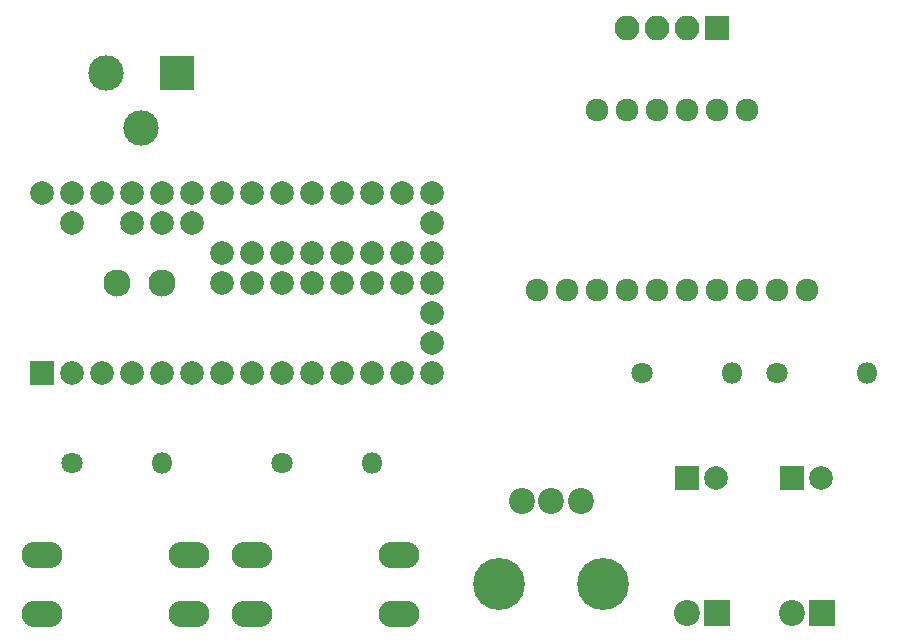
<source format=gbr>
%TF.GenerationSoftware,KiCad,Pcbnew,(5.1.6-0-10_14)*%
%TF.CreationDate,2020-06-20T16:27:27-04:00*%
%TF.ProjectId,PhylumScope_Z,5068796c-756d-4536-936f-70655f5a2e6b,rev?*%
%TF.SameCoordinates,Original*%
%TF.FileFunction,Soldermask,Bot*%
%TF.FilePolarity,Negative*%
%FSLAX46Y46*%
G04 Gerber Fmt 4.6, Leading zero omitted, Abs format (unit mm)*
G04 Created by KiCad (PCBNEW (5.1.6-0-10_14)) date 2020-06-20 16:27:27*
%MOMM*%
%LPD*%
G01*
G04 APERTURE LIST*
%ADD10O,2.100000X2.100000*%
%ADD11R,2.100000X2.100000*%
%ADD12C,2.200000*%
%ADD13C,4.400000*%
%ADD14C,1.924000*%
%ADD15C,2.300000*%
%ADD16C,2.000000*%
%ADD17R,2.000000X2.000000*%
%ADD18O,3.448000X2.250000*%
%ADD19O,1.800000X1.800000*%
%ADD20C,1.800000*%
%ADD21R,3.000000X3.000000*%
%ADD22C,3.000000*%
%ADD23R,2.200000X2.200000*%
G04 APERTURE END LIST*
D10*
%TO.C,J2*%
X153670000Y-78740000D03*
X156210000Y-78740000D03*
X158750000Y-78740000D03*
D11*
X161290000Y-78740000D03*
%TD*%
D12*
%TO.C,RV1*%
X149780000Y-118840000D03*
X147280000Y-118840000D03*
X144780000Y-118840000D03*
D13*
X151680000Y-125840000D03*
X142880000Y-125840000D03*
%TD*%
D14*
%TO.C,U2*%
X151130000Y-85725000D03*
X153670000Y-85725000D03*
X156210000Y-85725000D03*
X158750000Y-85725000D03*
X161290000Y-85725000D03*
X163830000Y-85725000D03*
X168910000Y-100965000D03*
X166370000Y-100965000D03*
X163830000Y-100965000D03*
X161290000Y-100965000D03*
X158750000Y-100965000D03*
X156210000Y-100965000D03*
X153670000Y-100965000D03*
X151130000Y-100965000D03*
X148590000Y-100965000D03*
X146050000Y-100965000D03*
%TD*%
D15*
%TO.C,U1*%
X110490000Y-100330000D03*
X114300000Y-100330000D03*
D16*
X119380000Y-97790000D03*
X121920000Y-97790000D03*
X124460000Y-97790000D03*
X127000000Y-97790000D03*
X129540000Y-97790000D03*
X132080000Y-97790000D03*
X134620000Y-97790000D03*
X134620000Y-100330000D03*
X132080000Y-100330000D03*
X129540000Y-100330000D03*
X127000000Y-100330000D03*
X124460000Y-100330000D03*
X121920000Y-100330000D03*
X119380000Y-100330000D03*
D17*
X104140000Y-107950000D03*
D16*
X106680000Y-107950000D03*
X109220000Y-107950000D03*
X111760000Y-107950000D03*
X114300000Y-107950000D03*
X116840000Y-107950000D03*
X119380000Y-107950000D03*
X121920000Y-107950000D03*
X124460000Y-107950000D03*
X127000000Y-107950000D03*
X129540000Y-107950000D03*
X132080000Y-107950000D03*
X134620000Y-107950000D03*
X116840000Y-95250000D03*
X114300000Y-95250000D03*
X111760000Y-95250000D03*
X106680000Y-95250000D03*
X104140000Y-92710000D03*
X106680000Y-92710000D03*
X109220000Y-92710000D03*
X111760000Y-92710000D03*
X114300000Y-92710000D03*
X116840000Y-92710000D03*
X119380000Y-92710000D03*
X121920000Y-92710000D03*
X124460000Y-92710000D03*
X127000000Y-92710000D03*
X129540000Y-92710000D03*
X132080000Y-92710000D03*
X134620000Y-92710000D03*
X137160000Y-107950000D03*
X137160000Y-105410000D03*
X137160000Y-102870000D03*
X137160000Y-92710000D03*
X137160000Y-95250000D03*
X137160000Y-97790000D03*
X137160000Y-100330000D03*
%TD*%
D18*
%TO.C,SW_2*%
X121920000Y-128400000D03*
X121920000Y-123400000D03*
X134420000Y-128400000D03*
X134420000Y-123400000D03*
%TD*%
%TO.C,SW_1*%
X104140000Y-128400000D03*
X104140000Y-123400000D03*
X116640000Y-128400000D03*
X116640000Y-123400000D03*
%TD*%
D19*
%TO.C,R4*%
X173990000Y-107950000D03*
D20*
X166370000Y-107950000D03*
%TD*%
%TO.C,R3*%
X154940000Y-107950000D03*
D19*
X162560000Y-107950000D03*
%TD*%
%TO.C,R2*%
X132080000Y-115570000D03*
D20*
X124460000Y-115570000D03*
%TD*%
D19*
%TO.C,R1*%
X114300000Y-115570000D03*
D20*
X106680000Y-115570000D03*
%TD*%
D21*
%TO.C,J1*%
X115570000Y-82550000D03*
D22*
X109570000Y-82550000D03*
X112570000Y-87250000D03*
%TD*%
D12*
%TO.C,D2*%
X167640000Y-128270000D03*
D23*
X170180000Y-128270000D03*
%TD*%
D12*
%TO.C,D1*%
X158750000Y-128270000D03*
D23*
X161290000Y-128270000D03*
%TD*%
D16*
%TO.C,C2*%
X170140000Y-116840000D03*
D17*
X167640000Y-116840000D03*
%TD*%
D16*
%TO.C,C1*%
X161250000Y-116840000D03*
D17*
X158750000Y-116840000D03*
%TD*%
M02*

</source>
